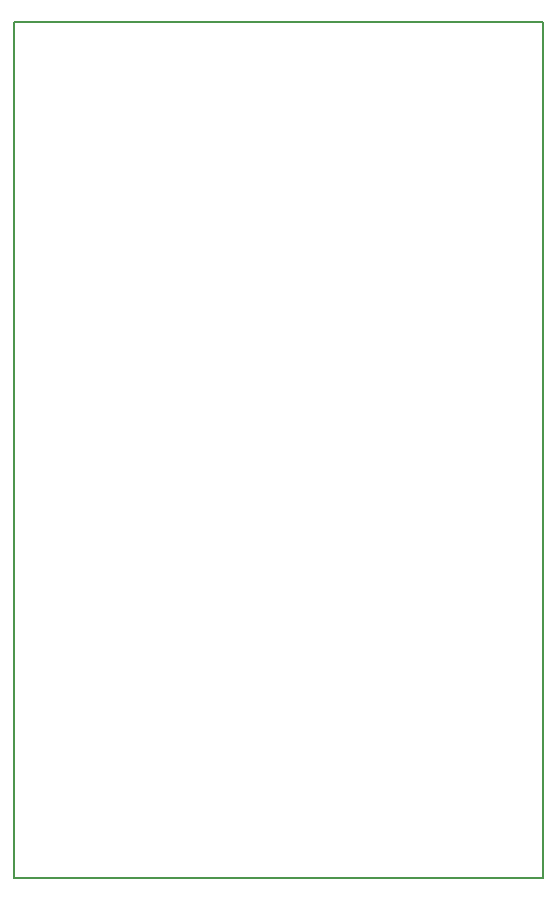
<source format=gbr>
G04 #@! TF.GenerationSoftware,KiCad,Pcbnew,5.0.1*
G04 #@! TF.CreationDate,2019-01-30T17:32:38+03:00*
G04 #@! TF.ProjectId,core,636F72652E6B696361645F7063620000,rev?*
G04 #@! TF.SameCoordinates,Original*
G04 #@! TF.FileFunction,Profile,NP*
%FSLAX46Y46*%
G04 Gerber Fmt 4.6, Leading zero omitted, Abs format (unit mm)*
G04 Created by KiCad (PCBNEW 5.0.1) date Wed 30 Jan 2019 05:32:38 PM MSK*
%MOMM*%
%LPD*%
G01*
G04 APERTURE LIST*
%ADD10C,0.150000*%
%ADD11C,0.200000*%
G04 APERTURE END LIST*
D10*
X192000000Y-48250000D02*
X192000000Y-120750000D01*
X147250000Y-48250000D02*
X192000000Y-48250000D01*
D11*
X147250000Y-120750000D02*
X147250000Y-48250000D01*
X192000000Y-120750000D02*
X147250000Y-120750000D01*
M02*

</source>
